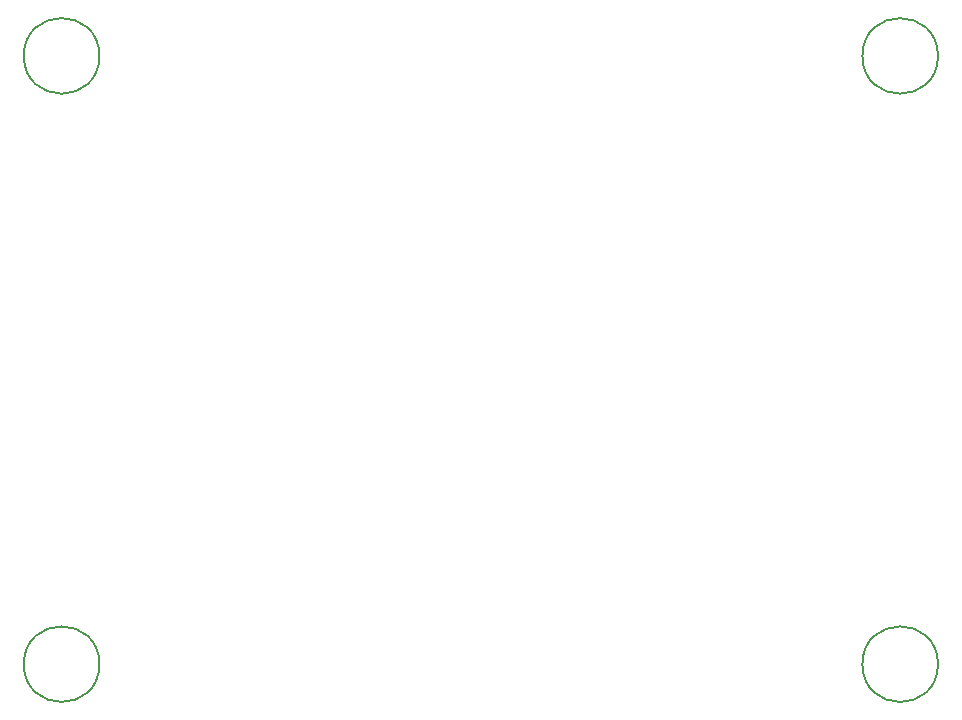
<source format=gbr>
%TF.GenerationSoftware,KiCad,Pcbnew,8.0.2*%
%TF.CreationDate,2024-12-14T13:14:23+01:00*%
%TF.ProjectId,OS-servoDriver_relay,4f532d73-6572-4766-9f44-72697665725f,rev?*%
%TF.SameCoordinates,Original*%
%TF.FileFunction,Other,Comment*%
%FSLAX46Y46*%
G04 Gerber Fmt 4.6, Leading zero omitted, Abs format (unit mm)*
G04 Created by KiCad (PCBNEW 8.0.2) date 2024-12-14 13:14:23*
%MOMM*%
%LPD*%
G01*
G04 APERTURE LIST*
%ADD10C,0.150000*%
G04 APERTURE END LIST*
D10*
%TO.C,REF\u002A\u002A*%
X248700000Y-106000000D02*
G75*
G02*
X242300000Y-106000000I-3200000J0D01*
G01*
X242300000Y-106000000D02*
G75*
G02*
X248700000Y-106000000I3200000J0D01*
G01*
X177700000Y-157500000D02*
G75*
G02*
X171300000Y-157500000I-3200000J0D01*
G01*
X171300000Y-157500000D02*
G75*
G02*
X177700000Y-157500000I3200000J0D01*
G01*
X248700000Y-157500000D02*
G75*
G02*
X242300000Y-157500000I-3200000J0D01*
G01*
X242300000Y-157500000D02*
G75*
G02*
X248700000Y-157500000I3200000J0D01*
G01*
X177700000Y-106000000D02*
G75*
G02*
X171300000Y-106000000I-3200000J0D01*
G01*
X171300000Y-106000000D02*
G75*
G02*
X177700000Y-106000000I3200000J0D01*
G01*
%TD*%
M02*

</source>
